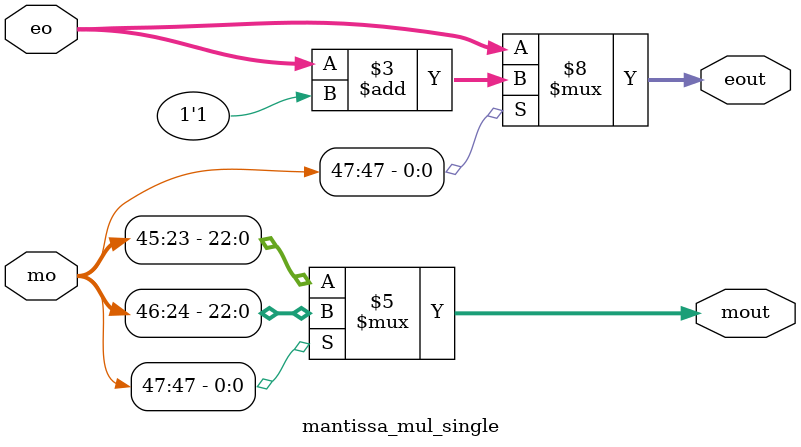
<source format=v>
module mantissa_mul_single(
input [47:0]mo,
input [7:0] eo,
//input clk,
output reg [22:0]mout,
output reg[7:0]eout
);
always @(*) 
begin
if (mo[47]==1)	begin
	eout <= eo +1'b1;
	mout <= mo[46:24];
					end    
else begin
	eout <= eo;
	mout <= mo[45:23];
	  end
end

endmodule




</source>
